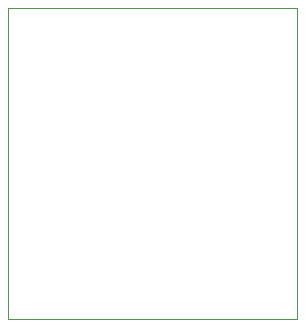
<source format=gm1>
%TF.GenerationSoftware,KiCad,Pcbnew,6.0.4-6f826c9f35~116~ubuntu20.04.1*%
%TF.CreationDate,2022-04-29T21:07:04-06:00*%
%TF.ProjectId,square,73717561-7265-42e6-9b69-6361645f7063,rev?*%
%TF.SameCoordinates,Original*%
%TF.FileFunction,Profile,NP*%
%FSLAX46Y46*%
G04 Gerber Fmt 4.6, Leading zero omitted, Abs format (unit mm)*
G04 Created by KiCad (PCBNEW 6.0.4-6f826c9f35~116~ubuntu20.04.1) date 2022-04-29 21:07:04*
%MOMM*%
%LPD*%
G01*
G04 APERTURE LIST*
%TA.AperFunction,Profile*%
%ADD10C,0.100000*%
%TD*%
G04 APERTURE END LIST*
D10*
X38000000Y-58900000D02*
X38000000Y-32600000D01*
X62500000Y-58900000D02*
X38000000Y-58900000D01*
X38000000Y-32600000D02*
X62500000Y-32600000D01*
X62500000Y-32600000D02*
X62500000Y-58900000D01*
M02*

</source>
